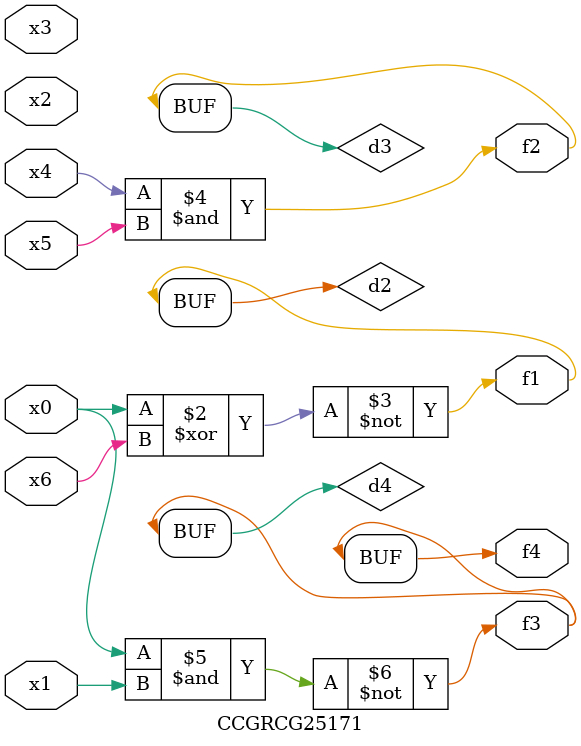
<source format=v>
module CCGRCG25171(
	input x0, x1, x2, x3, x4, x5, x6,
	output f1, f2, f3, f4
);

	wire d1, d2, d3, d4;

	nor (d1, x0);
	xnor (d2, x0, x6);
	and (d3, x4, x5);
	nand (d4, x0, x1);
	assign f1 = d2;
	assign f2 = d3;
	assign f3 = d4;
	assign f4 = d4;
endmodule

</source>
